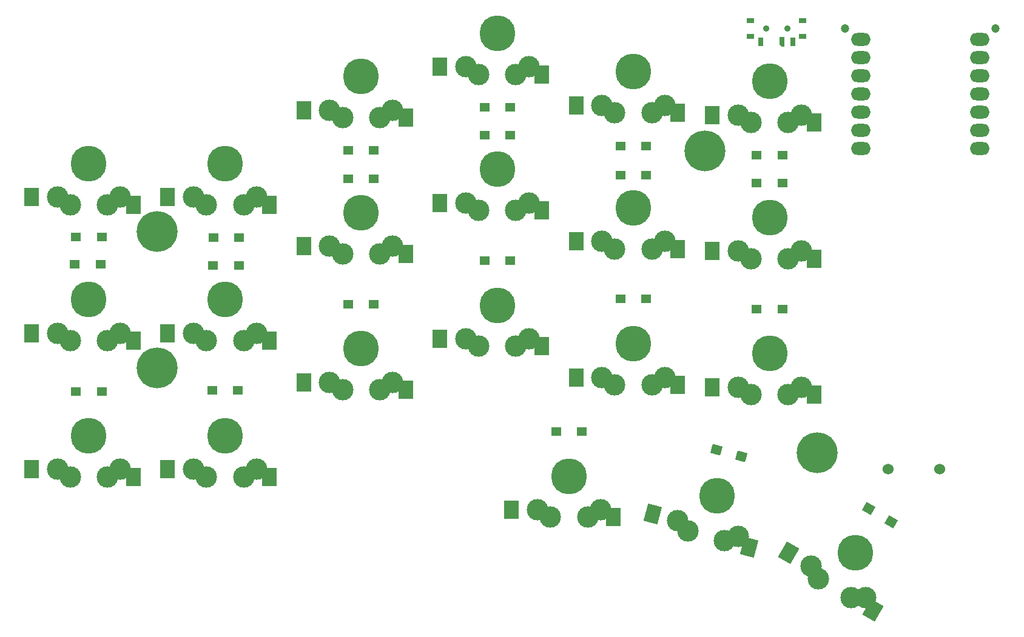
<source format=gbs>
%TF.GenerationSoftware,KiCad,Pcbnew,8.0.5*%
%TF.CreationDate,2024-10-07T20:22:22+03:00*%
%TF.ProjectId,pcb,7063622e-6b69-4636-9164-5f7063625858,rev?*%
%TF.SameCoordinates,Original*%
%TF.FileFunction,Soldermask,Bot*%
%TF.FilePolarity,Negative*%
%FSLAX46Y46*%
G04 Gerber Fmt 4.6, Leading zero omitted, Abs format (unit mm)*
G04 Created by KiCad (PCBNEW 8.0.5) date 2024-10-07 20:22:22*
%MOMM*%
%LPD*%
G01*
G04 APERTURE LIST*
G04 Aperture macros list*
%AMRotRect*
0 Rectangle, with rotation*
0 The origin of the aperture is its center*
0 $1 length*
0 $2 width*
0 $3 Rotation angle, in degrees counterclockwise*
0 Add horizontal line*
21,1,$1,$2,0,0,$3*%
%AMOutline5P*
0 Free polygon, 5 corners , with rotation*
0 The origin of the aperture is its center*
0 number of corners: always 5*
0 $1 to $10 corner X, Y*
0 $11 Rotation angle, in degrees counterclockwise*
0 create outline with 5 corners*
4,1,5,$1,$2,$3,$4,$5,$6,$7,$8,$9,$10,$1,$2,$11*%
%AMOutline6P*
0 Free polygon, 6 corners , with rotation*
0 The origin of the aperture is its center*
0 number of corners: always 6*
0 $1 to $12 corner X, Y*
0 $13 Rotation angle, in degrees counterclockwise*
0 create outline with 6 corners*
4,1,6,$1,$2,$3,$4,$5,$6,$7,$8,$9,$10,$11,$12,$1,$2,$13*%
%AMOutline7P*
0 Free polygon, 7 corners , with rotation*
0 The origin of the aperture is its center*
0 number of corners: always 7*
0 $1 to $14 corner X, Y*
0 $15 Rotation angle, in degrees counterclockwise*
0 create outline with 7 corners*
4,1,7,$1,$2,$3,$4,$5,$6,$7,$8,$9,$10,$11,$12,$13,$14,$1,$2,$15*%
%AMOutline8P*
0 Free polygon, 8 corners , with rotation*
0 The origin of the aperture is its center*
0 number of corners: always 8*
0 $1 to $16 corner X, Y*
0 $17 Rotation angle, in degrees counterclockwise*
0 create outline with 8 corners*
4,1,8,$1,$2,$3,$4,$5,$6,$7,$8,$9,$10,$11,$12,$13,$14,$15,$16,$1,$2,$17*%
G04 Aperture macros list end*
%ADD10C,3.000000*%
%ADD11C,5.000000*%
%ADD12RotRect,2.000000X2.500000X330.000000*%
%ADD13R,2.000000X2.500000*%
%ADD14C,5.700000*%
%ADD15RotRect,2.000000X2.500000X345.000000*%
%ADD16C,1.524000*%
%ADD17RotRect,1.425000X1.300000X165.000000*%
%ADD18R,1.425000X1.300000*%
%ADD19RotRect,1.425000X1.300000X150.000000*%
%ADD20O,2.750000X1.800000*%
%ADD21C,1.200000*%
%ADD22R,1.000000X0.800000*%
%ADD23C,0.900000*%
%ADD24R,0.700000X1.280000*%
%ADD25Outline5P,-0.350000X0.640000X0.350000X0.640000X0.350000X-0.640000X-0.070000X-0.640000X-0.350000X-0.360000X0.000000*%
G04 APERTURE END LIST*
D10*
X185316752Y-132289492D03*
X186350598Y-134098819D03*
D11*
X191477264Y-130419173D03*
D10*
X190853930Y-136698819D03*
X192937776Y-136689492D03*
D12*
X182199061Y-130489492D03*
X193971622Y-138498819D03*
D10*
X118100000Y-87640970D03*
X119900000Y-88690970D03*
D11*
X122500000Y-82940970D03*
D10*
X125100000Y-88690970D03*
X126900000Y-87640970D03*
D13*
X114500000Y-87640970D03*
X128700000Y-88690970D03*
D14*
X94000000Y-104590970D03*
X94000000Y-85590970D03*
D10*
X166668553Y-125924234D03*
X168135459Y-127404330D03*
D11*
X172135076Y-122523186D03*
D10*
X173158274Y-128750189D03*
X175168700Y-128201841D03*
D15*
X163191220Y-124992485D03*
X176635607Y-129681938D03*
D10*
X99100000Y-80790970D03*
X100900000Y-81840970D03*
D11*
X103500000Y-76090970D03*
D10*
X106100000Y-81840970D03*
X107900000Y-80790970D03*
D13*
X95500000Y-80790970D03*
X109700000Y-81840970D03*
D14*
X186182152Y-116463137D03*
D10*
X80100000Y-99790970D03*
X81900000Y-100840970D03*
D11*
X84500000Y-95090970D03*
D10*
X87100000Y-100840970D03*
X88900000Y-99790970D03*
D13*
X76500000Y-99790970D03*
X90700000Y-100840970D03*
D10*
X156100000Y-67940970D03*
X157900000Y-68990970D03*
D11*
X160500000Y-63240970D03*
D10*
X163100000Y-68990970D03*
X164900000Y-67940970D03*
D13*
X152500000Y-67940970D03*
X166700000Y-68990970D03*
D10*
X118100000Y-106640970D03*
X119900000Y-107690970D03*
D11*
X122500000Y-101940970D03*
D10*
X125100000Y-107690970D03*
X126900000Y-106640970D03*
D13*
X114500000Y-106640970D03*
X128700000Y-107690970D03*
D10*
X175100000Y-88315970D03*
X176900000Y-89365970D03*
D11*
X179500000Y-83615970D03*
D10*
X182100000Y-89365970D03*
X183900000Y-88315970D03*
D13*
X171500000Y-88315970D03*
X185700000Y-89365970D03*
D10*
X175100000Y-69315970D03*
X176900000Y-70365970D03*
D11*
X179500000Y-64615970D03*
D10*
X182100000Y-70365970D03*
X183900000Y-69315970D03*
D13*
X171500000Y-69315970D03*
X185700000Y-70365970D03*
D10*
X156100000Y-105940970D03*
X157900000Y-106990970D03*
D11*
X160500000Y-101240970D03*
D10*
X163100000Y-106990970D03*
X164900000Y-105940970D03*
D13*
X152500000Y-105940970D03*
X166700000Y-106990970D03*
D10*
X156100000Y-86940970D03*
X157900000Y-87990970D03*
D11*
X160500000Y-82240970D03*
D10*
X163100000Y-87990970D03*
X164900000Y-86940970D03*
D13*
X152500000Y-86940970D03*
X166700000Y-87990970D03*
D16*
X196044000Y-118806000D03*
X203244000Y-118806000D03*
D10*
X118100000Y-68640970D03*
X119900000Y-69690970D03*
D11*
X122500000Y-63940970D03*
D10*
X125100000Y-69690970D03*
X126900000Y-68640970D03*
D13*
X114500000Y-68640970D03*
X128700000Y-69690970D03*
D10*
X175100000Y-107315970D03*
X176900000Y-108365970D03*
D11*
X179500000Y-102615970D03*
D10*
X182100000Y-108365970D03*
X183900000Y-107315970D03*
D13*
X171500000Y-107315970D03*
X185700000Y-108365970D03*
D10*
X99100000Y-99790970D03*
X100900000Y-100840970D03*
D11*
X103500000Y-95090970D03*
D10*
X106100000Y-100840970D03*
X107900000Y-99790970D03*
D13*
X95500000Y-99790970D03*
X109700000Y-100840970D03*
D10*
X137100000Y-62565970D03*
X138900000Y-63615970D03*
D11*
X141500000Y-57865970D03*
D10*
X144100000Y-63615970D03*
X145900000Y-62565970D03*
D13*
X133500000Y-62565970D03*
X147700000Y-63615970D03*
D10*
X147100000Y-124440700D03*
X148900000Y-125490700D03*
D11*
X151500000Y-119740700D03*
D10*
X154100000Y-125490700D03*
X155900000Y-124440700D03*
D13*
X143500000Y-124440700D03*
X157700000Y-125490700D03*
D10*
X80100000Y-80790970D03*
X81900000Y-81840970D03*
D11*
X84500000Y-76090970D03*
D10*
X87100000Y-81840970D03*
X88900000Y-80790970D03*
D13*
X76500000Y-80790970D03*
X90700000Y-81840970D03*
D10*
X137100000Y-100565970D03*
X138900000Y-101615970D03*
D11*
X141500000Y-95865970D03*
D10*
X144100000Y-101615970D03*
X145900000Y-100565970D03*
D13*
X133500000Y-100565970D03*
X147700000Y-101615970D03*
D10*
X99100000Y-118790970D03*
X100900000Y-119840970D03*
D11*
X103500000Y-114090970D03*
D10*
X106100000Y-119840970D03*
X107900000Y-118790970D03*
D13*
X95500000Y-118790970D03*
X109700000Y-119840970D03*
D14*
X170500000Y-74300000D03*
D10*
X80100000Y-118790970D03*
X81900000Y-119840970D03*
D11*
X84500000Y-114090970D03*
D10*
X87100000Y-119840970D03*
X88900000Y-118790970D03*
D13*
X76500000Y-118790970D03*
X90700000Y-119840970D03*
D10*
X137100000Y-81565970D03*
X138900000Y-82615970D03*
D11*
X141500000Y-76865970D03*
D10*
X144100000Y-82615970D03*
X145900000Y-81565970D03*
D13*
X133500000Y-81565970D03*
X147700000Y-82615970D03*
D17*
X175526592Y-116962639D03*
X172073408Y-116037361D03*
D18*
X181287500Y-96400000D03*
X177712500Y-96400000D03*
D19*
X196448020Y-126093750D03*
X193351980Y-124306250D03*
D18*
X153287500Y-113500000D03*
X149712500Y-113500000D03*
X105487500Y-86400000D03*
X101912500Y-86400000D03*
X105419500Y-90297000D03*
X101844500Y-90297000D03*
X162287500Y-95000000D03*
X158712500Y-95000000D03*
X181287500Y-74900000D03*
X177712500Y-74900000D03*
X86115500Y-90170000D03*
X82540500Y-90170000D03*
X181287500Y-78800000D03*
X177712500Y-78800000D03*
X143287500Y-68200000D03*
X139712500Y-68200000D03*
X143287500Y-72100000D03*
X139712500Y-72100000D03*
D20*
X192205040Y-58696046D03*
X192205040Y-61236046D03*
X192205040Y-63776046D03*
X192205040Y-66316046D03*
X192205040Y-68856046D03*
X192205040Y-71396046D03*
X192205040Y-73936046D03*
X208794960Y-73936046D03*
X208794960Y-71396046D03*
X208794960Y-68856046D03*
X208794960Y-66316046D03*
X208794960Y-63776046D03*
X208794960Y-61236046D03*
X208794960Y-58696046D03*
D21*
X190000000Y-57216046D03*
X211000000Y-57216046D03*
D18*
X162287500Y-73600000D03*
X158712500Y-73600000D03*
X124287500Y-74200000D03*
X120712500Y-74200000D03*
X143287500Y-89600000D03*
X139712500Y-89600000D03*
X86287500Y-107900000D03*
X82712500Y-107900000D03*
X162287500Y-77700000D03*
X158712500Y-77700000D03*
D22*
X184150000Y-58300970D03*
X184150000Y-56080970D03*
D23*
X182000000Y-57190970D03*
X179000000Y-57190970D03*
D22*
X176850000Y-58300970D03*
X176850000Y-56080970D03*
D24*
X182750000Y-59060970D03*
D25*
X181250000Y-59060970D03*
D24*
X178250000Y-59060970D03*
D18*
X124287500Y-78200000D03*
X120712500Y-78200000D03*
X86287500Y-86360000D03*
X82712500Y-86360000D03*
X124287500Y-95700000D03*
X120712500Y-95700000D03*
X105287500Y-107800000D03*
X101712500Y-107800000D03*
M02*

</source>
